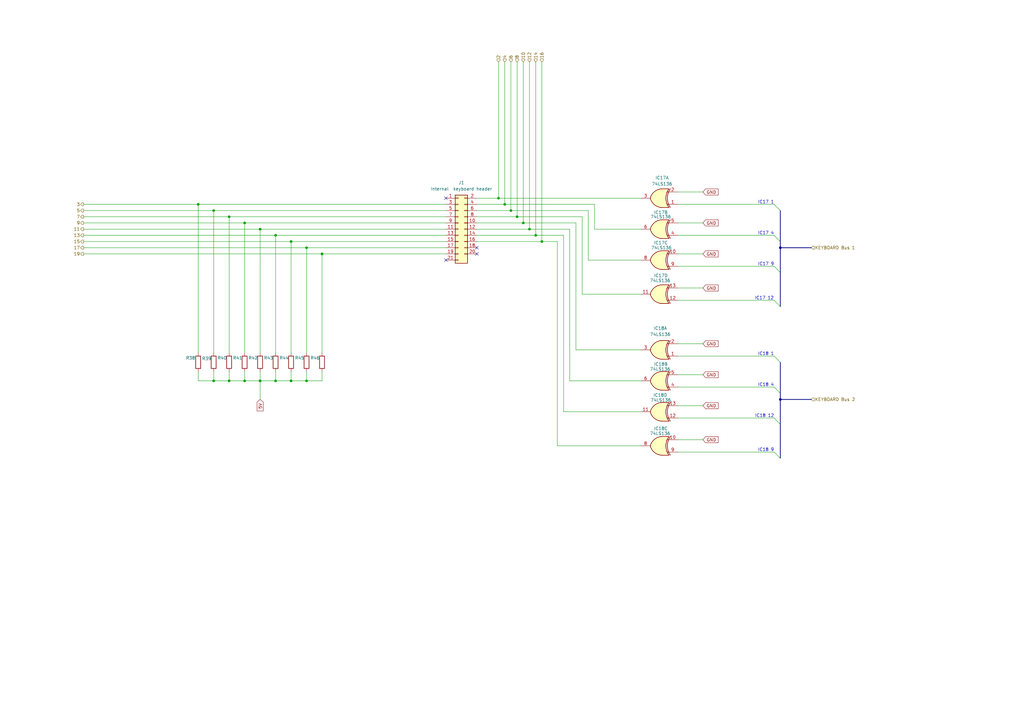
<source format=kicad_sch>
(kicad_sch (version 20250114) (generator "eeschema") (generator_version "9.0")
  (paper "A3")
  (lib_symbols
    (symbol "74xx:74LS136" (pin_names (offset 1.016))
      (property "Reference" "U" (at 0 1.27 0))
      (property "Value" "74LS136" (at 0 -1.27 0))
      (symbol "74LS136_1_0"
        (arc (start -4.4196 3.81) (mid -3.2033 0) (end -4.4196 -3.81) (stroke (width 0.254)))
        (arc (start -3.81 3.81) (mid -2.589 0) (end -3.81 -3.81) (stroke (width 0.254)))
        (polyline (pts (xy -3.81 3.81) (xy -0.635 3.81)) (stroke (width 0.254)) (fill (type background)))
        (polyline (pts (xy -3.81 -3.81) (xy -0.635 -3.81)) (stroke (width 0.254)) (fill (type background)))
        (arc (start 3.81 0) (mid 2.1855 -2.584) (end -0.6096 -3.81) (stroke (width 0.254)) (fill (type background)))
        (arc (start -0.6096 3.81) (mid 2.1928 2.5924) (end 3.81 0) (stroke (width 0.254)) (fill (type background)))
        (polyline (pts (xy -0.635 3.81) (xy -3.81 3.81) (xy -3.81 3.81) (xy -3.556 3.4036) (xy -3.0226 2.2606) (xy -2.6924 1.0414) (xy -2.6162 -0.254) (xy -2.7686 -1.4986) (xy -3.175 -2.7178) (xy -3.81 -3.81) (xy -3.81 -3.81) (xy -0.635 -3.81)) (stroke (width -25.4)) (fill (type background)))
        (pin input line (at -7.62 2.54 0) (length 4.445) (name "~") (number "1"))
        (pin input line (at -7.62 -2.54 0) (length 4.445) (name "~") (number "2"))
        (pin open_collector line (at 7.62 0 180) (length 3.81) (name "~") (number "3"))
      )
      (symbol "74LS136_1_1"
        (polyline (pts (xy -3.81 2.54) (xy -3.175 2.54)) (stroke (width 0.1524)))
        (polyline (pts (xy -3.81 -2.54) (xy -3.175 -2.54)) (stroke (width 0.1524)))
      )
      (symbol "74LS136_2_0"
        (arc (start -4.4196 3.81) (mid -3.2033 0) (end -4.4196 -3.81) (stroke (width 0.254)))
        (arc (start -3.81 3.81) (mid -2.589 0) (end -3.81 -3.81) (stroke (width 0.254)))
        (polyline (pts (xy -3.81 3.81) (xy -0.635 3.81)) (stroke (width 0.254)) (fill (type background)))
        (polyline (pts (xy -3.81 -3.81) (xy -0.635 -3.81)) (stroke (width 0.254)) (fill (type background)))
        (arc (start 3.81 0) (mid 2.1855 -2.584) (end -0.6096 -3.81) (stroke (width 0.254)) (fill (type background)))
        (arc (start -0.6096 3.81) (mid 2.1928 2.5924) (end 3.81 0) (stroke (width 0.254)) (fill (type background)))
        (polyline (pts (xy -0.635 3.81) (xy -3.81 3.81) (xy -3.81 3.81) (xy -3.556 3.4036) (xy -3.0226 2.2606) (xy -2.6924 1.0414) (xy -2.6162 -0.254) (xy -2.7686 -1.4986) (xy -3.175 -2.7178) (xy -3.81 -3.81) (xy -3.81 -3.81) (xy -0.635 -3.81)) (stroke (width -25.4)) (fill (type background)))
        (pin input line (at -7.62 2.54 0) (length 4.445) (name "~") (number "4"))
        (pin input line (at -7.62 -2.54 0) (length 4.445) (name "~") (number "5"))
        (pin open_collector line (at 7.62 0 180) (length 3.81) (name "~") (number "6"))
      )
      (symbol "74LS136_2_1"
        (polyline (pts (xy -3.81 2.54) (xy -3.175 2.54)) (stroke (width 0.1524)))
        (polyline (pts (xy -3.81 -2.54) (xy -3.175 -2.54)) (stroke (width 0.1524)))
      )
      (symbol "74LS136_3_0"
        (arc (start -4.4196 3.81) (mid -3.2033 0) (end -4.4196 -3.81) (stroke (width 0.254)))
        (arc (start -3.81 3.81) (mid -2.589 0) (end -3.81 -3.81) (stroke (width 0.254)))
        (polyline (pts (xy -3.81 3.81) (xy -0.635 3.81)) (stroke (width 0.254)) (fill (type background)))
        (polyline (pts (xy -3.81 -3.81) (xy -0.635 -3.81)) (stroke (width 0.254)) (fill (type background)))
        (arc (start 3.81 0) (mid 2.1855 -2.584) (end -0.6096 -3.81) (stroke (width 0.254)) (fill (type background)))
        (arc (start -0.6096 3.81) (mid 2.1928 2.5924) (end 3.81 0) (stroke (width 0.254)) (fill (type background)))
        (polyline (pts (xy -0.635 3.81) (xy -3.81 3.81) (xy -3.81 3.81) (xy -3.556 3.4036) (xy -3.0226 2.2606) (xy -2.6924 1.0414) (xy -2.6162 -0.254) (xy -2.7686 -1.4986) (xy -3.175 -2.7178) (xy -3.81 -3.81) (xy -3.81 -3.81) (xy -0.635 -3.81)) (stroke (width -25.4)) (fill (type background)))
        (pin input line (at -7.62 2.54 0) (length 4.445) (name "~") (number "9"))
        (pin input line (at -7.62 -2.54 0) (length 4.445) (name "~") (number "10"))
        (pin open_collector line (at 7.62 0 180) (length 3.81) (name "~") (number "8"))
      )
      (symbol "74LS136_3_1"
        (polyline (pts (xy -3.81 2.54) (xy -3.175 2.54)) (stroke (width 0.1524)))
        (polyline (pts (xy -3.81 -2.54) (xy -3.175 -2.54)) (stroke (width 0.1524)))
      )
      (symbol "74LS136_4_0"
        (arc (start -4.4196 3.81) (mid -3.2033 0) (end -4.4196 -3.81) (stroke (width 0.254)))
        (arc (start -3.81 3.81) (mid -2.589 0) (end -3.81 -3.81) (stroke (width 0.254)))
        (polyline (pts (xy -3.81 3.81) (xy -0.635 3.81)) (stroke (width 0.254)) (fill (type background)))
        (polyline (pts (xy -3.81 -3.81) (xy -0.635 -3.81)) (stroke (width 0.254)) (fill (type background)))
        (arc (start 3.81 0) (mid 2.1855 -2.584) (end -0.6096 -3.81) (stroke (width 0.254)) (fill (type background)))
        (arc (start -0.6096 3.81) (mid 2.1928 2.5924) (end 3.81 0) (stroke (width 0.254)) (fill (type background)))
        (polyline (pts (xy -0.635 3.81) (xy -3.81 3.81) (xy -3.81 3.81) (xy -3.556 3.4036) (xy -3.0226 2.2606) (xy -2.6924 1.0414) (xy -2.6162 -0.254) (xy -2.7686 -1.4986) (xy -3.175 -2.7178) (xy -3.81 -3.81) (xy -3.81 -3.81) (xy -0.635 -3.81)) (stroke (width -25.4)) (fill (type background)))
        (pin input line (at -7.62 2.54 0) (length 4.445) (name "~") (number "12"))
        (pin input line (at -7.62 -2.54 0) (length 4.445) (name "~") (number "13"))
        (pin open_collector line (at 7.62 0 180) (length 3.81) (name "~") (number "11"))
      )
      (symbol "74LS136_4_1"
        (polyline (pts (xy -3.81 2.54) (xy -3.175 2.54)) (stroke (width 0.1524)))
        (polyline (pts (xy -3.81 -2.54) (xy -3.175 -2.54)) (stroke (width 0.1524)))
      )
      (symbol "74LS136_5_0"
        (pin power_in line (at 0 12.7 270) (length 5.08) (name "VCC") (number "14"))
        (pin power_in line (at 0 -12.7 90) (length 5.08) (name "GND") (number "7"))
      )
      (symbol "74LS136_5_1"
        (rectangle (start -5.08 7.62) (end 5.08 -7.62) (stroke (width 0.254)) (fill (type background)))
      )
    )
    (symbol "Connector_Generic:Conn_2Rows-21Pins" (pin_names (offset 1.016) (hide yes))
      (property "Reference" "J" (at 1.27 15.24 0))
      (property "Value" "Conn_2Rows-21Pins" (at 1.27 -15.24 0))
      (symbol "Conn_2Rows-21Pins_1_1"
        (rectangle (start -1.27 13.97) (end 3.81 -13.97) (stroke (width 0.254)) (fill (type background)))
        (rectangle (start -1.27 12.827) (end 0 12.573) (stroke (width 0.1524)))
        (rectangle (start -1.27 10.287) (end 0 10.033) (stroke (width 0.1524)))
        (rectangle (start -1.27 7.747) (end 0 7.493) (stroke (width 0.1524)))
        (rectangle (start -1.27 5.207) (end 0 4.953) (stroke (width 0.1524)))
        (rectangle (start -1.27 2.667) (end 0 2.413) (stroke (width 0.1524)))
        (rectangle (start -1.27 0.127) (end 0 -0.127) (stroke (width 0.1524)))
        (rectangle (start -1.27 -2.413) (end 0 -2.667) (stroke (width 0.1524)))
        (rectangle (start -1.27 -4.953) (end 0 -5.207) (stroke (width 0.1524)))
        (rectangle (start -1.27 -7.493) (end 0 -7.747) (stroke (width 0.1524)))
        (rectangle (start -1.27 -10.033) (end 0 -10.287) (stroke (width 0.1524)))
        (rectangle (start -1.27 -12.573) (end 0 -12.827) (stroke (width 0.1524)))
        (rectangle (start 3.81 12.827) (end 2.54 12.573) (stroke (width 0.1524)))
        (rectangle (start 3.81 10.287) (end 2.54 10.033) (stroke (width 0.1524)))
        (rectangle (start 3.81 7.747) (end 2.54 7.493) (stroke (width 0.1524)))
        (rectangle (start 3.81 5.207) (end 2.54 4.953) (stroke (width 0.1524)))
        (rectangle (start 3.81 2.667) (end 2.54 2.413) (stroke (width 0.1524)))
        (rectangle (start 3.81 0.127) (end 2.54 -0.127) (stroke (width 0.1524)))
        (rectangle (start 3.81 -2.413) (end 2.54 -2.667) (stroke (width 0.1524)))
        (rectangle (start 3.81 -4.953) (end 2.54 -5.207) (stroke (width 0.1524)))
        (rectangle (start 3.81 -7.493) (end 2.54 -7.747) (stroke (width 0.1524)))
        (rectangle (start 3.81 -10.033) (end 2.54 -10.287) (stroke (width 0.1524)))
        (pin passive line (at -5.08 12.7 0) (length 3.81) (name "Pin_1") (number "1"))
        (pin passive line (at -5.08 10.16 0) (length 3.81) (name "Pin_3") (number "3"))
        (pin passive line (at -5.08 7.62 0) (length 3.81) (name "Pin_5") (number "5"))
        (pin passive line (at -5.08 5.08 0) (length 3.81) (name "Pin_7") (number "7"))
        (pin passive line (at -5.08 2.54 0) (length 3.81) (name "Pin_9") (number "9"))
        (pin passive line (at -5.08 0 0) (length 3.81) (name "Pin_11") (number "11"))
        (pin passive line (at -5.08 -2.54 0) (length 3.81) (name "Pin_13") (number "13"))
        (pin passive line (at -5.08 -5.08 0) (length 3.81) (name "Pin_15") (number "15"))
        (pin passive line (at -5.08 -7.62 0) (length 3.81) (name "Pin_17") (number "17"))
        (pin passive line (at -5.08 -10.16 0) (length 3.81) (name "Pin_19") (number "19"))
        (pin passive line (at -5.08 -12.7 0) (length 3.81) (name "Pin_21") (number "21"))
        (pin passive line (at 7.62 12.7 180) (length 3.81) (name "Pin_2") (number "2"))
        (pin passive line (at 7.62 10.16 180) (length 3.81) (name "Pin_4") (number "4"))
        (pin passive line (at 7.62 7.62 180) (length 3.81) (name "Pin_6") (number "6"))
        (pin passive line (at 7.62 5.08 180) (length 3.81) (name "Pin_8") (number "8"))
        (pin passive line (at 7.62 2.54 180) (length 3.81) (name "Pin_10") (number "10"))
        (pin passive line (at 7.62 0 180) (length 3.81) (name "Pin_12") (number "12"))
        (pin passive line (at 7.62 -2.54 180) (length 3.81) (name "Pin_14") (number "14"))
        (pin passive line (at 7.62 -5.08 180) (length 3.81) (name "Pin_16") (number "16"))
        (pin passive line (at 7.62 -7.62 180) (length 3.81) (name "Pin_18") (number "18"))
        (pin passive line (at 7.62 -10.16 180) (length 3.81) (name "Pin_20") (number "20"))
      )
    )
    (symbol "Device:R" (pin_numbers (hide yes)) (pin_names (offset 0))
      (property "Reference" "R" (at 2.032 0 90))
      (property "Value" "R" (at 0 0 90))
      (symbol "R_0_1"
        (rectangle (start -1.016 -2.54) (end 1.016 2.54) (stroke (width 0.254)))
      )
      (symbol "R_1_1"
        (pin passive line (at 0 3.81 270) (length 1.27) (name "~") (number "1"))
        (pin passive line (at 0 -3.81 90) (length 1.27) (name "~") (number "2"))
      )
    )
  )
  (junction (at 93.98 156.21))
  (junction (at 207.01 83.82))
  (junction (at 125.73 101.6))
  (junction (at 119.38 99.06))
  (junction (at 93.98 88.9))
  (junction (at 87.63 86.36))
  (junction (at 214.63 91.44))
  (junction (at 113.03 96.52))
  (junction (at 219.71 96.52))
  (junction (at 81.28 83.82))
  (junction (at 209.55 86.36))
  (junction (at 106.68 156.21))
  (junction (at 125.73 156.21))
  (junction (at 113.03 156.21))
  (junction (at 222.25 99.06))
  (junction (at 217.17 93.98))
  (junction (at 87.63 156.21))
  (junction (at 119.38 156.21))
  (junction (at 212.09 88.9))
  (junction (at 100.33 91.44))
  (junction (at 100.33 156.21))
  (junction (at 106.68 93.98))
  (junction (at 204.47 81.28))
  (junction (at 320.04 101.6))
  (junction (at 132.08 104.14))
  (junction (at 320.04 163.83))
  (no_connect (at 182.88 106.68))
  (no_connect (at 195.58 101.6))
  (no_connect (at 195.58 104.14))
  (no_connect (at 182.88 81.28))
  (bus_entry (at 317.5 109.22) (size 2.54 2.54))
  (bus_entry (at 317.5 185.42) (size 2.54 2.54))
  (bus_entry (at 317.5 83.82) (size 2.54 2.54))
  (bus_entry (at 317.5 123.19) (size 2.54 2.54))
  (bus_entry (at 317.5 96.52) (size 2.54 2.54))
  (bus_entry (at 317.5 146.05) (size 2.54 2.54))
  (bus_entry (at 317.5 171.45) (size 2.54 2.54))
  (bus_entry (at 317.5 158.75) (size 2.54 2.54))
  (wire (pts (xy 81.28 83.82) (xy 81.28 144.78)))
  (wire (pts (xy 219.71 25.4) (xy 219.71 96.52)))
  (wire (pts (xy 87.63 152.4) (xy 87.63 156.21)))
  (wire (pts (xy 278.13 91.44) (xy 288.29 91.44)))
  (wire (pts (xy 278.13 146.05) (xy 317.5 146.05)))
  (wire (pts (xy 132.08 156.21) (xy 132.08 152.4)))
  (wire (pts (xy 195.58 96.52) (xy 219.71 96.52)))
  (wire (pts (xy 113.03 96.52) (xy 113.03 144.78)))
  (wire (pts (xy 278.13 109.22) (xy 317.5 109.22)))
  (wire (pts (xy 238.76 120.65) (xy 262.89 120.65)))
  (wire (pts (xy 195.58 88.9) (xy 212.09 88.9)))
  (wire (pts (xy 217.17 25.4) (xy 217.17 93.98)))
  (wire (pts (xy 278.13 78.74) (xy 288.29 78.74)))
  (wire (pts (xy 34.29 93.98) (xy 106.68 93.98)))
  (wire (pts (xy 182.88 93.98) (xy 106.68 93.98)))
  (wire (pts (xy 278.13 166.37) (xy 288.29 166.37)))
  (wire (pts (xy 222.25 99.06) (xy 228.6 99.06)))
  (bus (pts (xy 320.04 86.36) (xy 320.04 99.06)))
  (wire (pts (xy 236.22 143.51) (xy 262.89 143.51)))
  (wire (pts (xy 81.28 152.4) (xy 81.28 156.21)))
  (wire (pts (xy 231.14 168.91) (xy 231.14 96.52)))
  (wire (pts (xy 209.55 86.36) (xy 241.3 86.36)))
  (wire (pts (xy 278.13 104.14) (xy 288.29 104.14)))
  (wire (pts (xy 81.28 156.21) (xy 87.63 156.21)))
  (wire (pts (xy 236.22 91.44) (xy 236.22 143.51)))
  (wire (pts (xy 106.68 152.4) (xy 106.68 156.21)))
  (wire (pts (xy 34.29 96.52) (xy 113.03 96.52)))
  (wire (pts (xy 241.3 86.36) (xy 241.3 106.68)))
  (wire (pts (xy 219.71 96.52) (xy 231.14 96.52)))
  (wire (pts (xy 34.29 91.44) (xy 100.33 91.44)))
  (wire (pts (xy 278.13 96.52) (xy 317.5 96.52)))
  (wire (pts (xy 182.88 91.44) (xy 100.33 91.44)))
  (wire (pts (xy 209.55 25.4) (xy 209.55 86.36)))
  (wire (pts (xy 233.68 156.21) (xy 262.89 156.21)))
  (wire (pts (xy 34.29 88.9) (xy 93.98 88.9)))
  (wire (pts (xy 100.33 156.21) (xy 106.68 156.21)))
  (wire (pts (xy 214.63 25.4) (xy 214.63 91.44)))
  (wire (pts (xy 182.88 86.36) (xy 87.63 86.36)))
  (bus (pts (xy 320.04 173.99) (xy 320.04 187.96)))
  (wire (pts (xy 113.03 152.4) (xy 113.03 156.21)))
  (bus (pts (xy 320.04 163.83) (xy 332.74 163.83)))
  (wire (pts (xy 182.88 104.14) (xy 132.08 104.14)))
  (bus (pts (xy 320.04 101.6) (xy 320.04 111.76)))
  (wire (pts (xy 278.13 118.11) (xy 288.29 118.11)))
  (wire (pts (xy 93.98 88.9) (xy 182.88 88.9)))
  (wire (pts (xy 34.29 86.36) (xy 87.63 86.36)))
  (wire (pts (xy 278.13 171.45) (xy 317.5 171.45)))
  (wire (pts (xy 106.68 93.98) (xy 106.68 144.78)))
  (wire (pts (xy 182.88 99.06) (xy 119.38 99.06)))
  (wire (pts (xy 132.08 104.14) (xy 132.08 144.78)))
  (wire (pts (xy 222.25 25.4) (xy 222.25 99.06)))
  (bus (pts (xy 320.04 163.83) (xy 320.04 173.99)))
  (wire (pts (xy 278.13 158.75) (xy 317.5 158.75)))
  (wire (pts (xy 228.6 182.88) (xy 228.6 99.06)))
  (wire (pts (xy 214.63 91.44) (xy 236.22 91.44)))
  (wire (pts (xy 278.13 153.67) (xy 288.29 153.67)))
  (bus (pts (xy 320.04 148.59) (xy 320.04 161.29)))
  (bus (pts (xy 320.04 111.76) (xy 320.04 125.73)))
  (wire (pts (xy 243.84 93.98) (xy 262.89 93.98)))
  (wire (pts (xy 34.29 101.6) (xy 125.73 101.6)))
  (wire (pts (xy 217.17 93.98) (xy 233.68 93.98)))
  (wire (pts (xy 119.38 99.06) (xy 119.38 144.78)))
  (wire (pts (xy 243.84 83.82) (xy 243.84 93.98)))
  (wire (pts (xy 93.98 152.4) (xy 93.98 156.21)))
  (wire (pts (xy 278.13 123.19) (xy 317.5 123.19)))
  (wire (pts (xy 87.63 86.36) (xy 87.63 144.78)))
  (wire (pts (xy 182.88 83.82) (xy 81.28 83.82)))
  (wire (pts (xy 278.13 83.82) (xy 317.5 83.82)))
  (wire (pts (xy 195.58 83.82) (xy 207.01 83.82)))
  (wire (pts (xy 34.29 99.06) (xy 119.38 99.06)))
  (wire (pts (xy 87.63 156.21) (xy 93.98 156.21)))
  (wire (pts (xy 182.88 96.52) (xy 113.03 96.52)))
  (wire (pts (xy 93.98 88.9) (xy 93.98 144.78)))
  (wire (pts (xy 182.88 101.6) (xy 125.73 101.6)))
  (wire (pts (xy 34.29 104.14) (xy 132.08 104.14)))
  (wire (pts (xy 195.58 91.44) (xy 214.63 91.44)))
  (wire (pts (xy 262.89 168.91) (xy 231.14 168.91)))
  (wire (pts (xy 195.58 86.36) (xy 209.55 86.36)))
  (wire (pts (xy 106.68 163.83) (xy 106.68 156.21)))
  (wire (pts (xy 125.73 156.21) (xy 132.08 156.21)))
  (wire (pts (xy 278.13 180.34) (xy 288.29 180.34)))
  (bus (pts (xy 320.04 101.6) (xy 332.74 101.6)))
  (wire (pts (xy 207.01 83.82) (xy 243.84 83.82)))
  (wire (pts (xy 100.33 152.4) (xy 100.33 156.21)))
  (wire (pts (xy 125.73 152.4) (xy 125.73 156.21)))
  (wire (pts (xy 119.38 152.4) (xy 119.38 156.21)))
  (wire (pts (xy 106.68 156.21) (xy 113.03 156.21)))
  (wire (pts (xy 207.01 25.4) (xy 207.01 83.82)))
  (bus (pts (xy 320.04 161.29) (xy 320.04 163.83)))
  (wire (pts (xy 204.47 81.28) (xy 262.89 81.28)))
  (wire (pts (xy 93.98 156.21) (xy 100.33 156.21)))
  (wire (pts (xy 204.47 25.4) (xy 204.47 81.28)))
  (wire (pts (xy 278.13 140.97) (xy 288.29 140.97)))
  (wire (pts (xy 233.68 93.98) (xy 233.68 156.21)))
  (wire (pts (xy 262.89 182.88) (xy 228.6 182.88)))
  (wire (pts (xy 34.29 83.82) (xy 81.28 83.82)))
  (wire (pts (xy 278.13 185.42) (xy 317.5 185.42)))
  (wire (pts (xy 212.09 25.4) (xy 212.09 88.9)))
  (wire (pts (xy 113.03 156.21) (xy 119.38 156.21)))
  (bus (pts (xy 320.04 99.06) (xy 320.04 101.6)))
  (wire (pts (xy 212.09 88.9) (xy 238.76 88.9)))
  (wire (pts (xy 204.47 81.28) (xy 195.58 81.28)))
  (wire (pts (xy 241.3 106.68) (xy 262.89 106.68)))
  (wire (pts (xy 195.58 99.06) (xy 222.25 99.06)))
  (wire (pts (xy 100.33 91.44) (xy 100.33 144.78)))
  (wire (pts (xy 119.38 156.21) (xy 125.73 156.21)))
  (wire (pts (xy 125.73 101.6) (xy 125.73 144.78)))
  (wire (pts (xy 238.76 88.9) (xy 238.76 120.65)))
  (wire (pts (xy 195.58 93.98) (xy 217.17 93.98)))
  (label "IC17 12" (at 317.4068 123.19 180))
  (label "IC17 1" (at 317.5 83.82 180))
  (label "IC18 9" (at 317.5 185.42 180))
  (label "IC17 4" (at 317.5 96.52 180))
  (label "IC18 12" (at 317.5 171.45 180))
  (label "IC18 4" (at 317.5 158.75 180))
  (label "IC18 1" (at 317.5 146.05 180))
  (label "IC17 9" (at 317.5 109.22 180))
  (global_label "GND" (shape input) (at 288.29 166.37 0) (property "Intersheetrefs" "${INTERSHEET_REFS}" (effects (hide yes))))
  (global_label "GND" (shape input) (at 288.29 104.14 0) (property "Intersheetrefs" "${INTERSHEET_REFS}" (effects (hide yes))))
  (global_label "GND" (shape input) (at 288.29 180.34 0) (property "Intersheetrefs" "${INTERSHEET_REFS}" (effects (hide yes))))
  (global_label "5V" (shape input) (at 106.68 163.83 270) (property "Intersheetrefs" "${INTERSHEET_REFS}" (effects (hide yes))))
  (global_label "GND" (shape input) (at 288.29 78.74 0) (property "Intersheetrefs" "${INTERSHEET_REFS}" (effects (hide yes))))
  (global_label "GND" (shape input) (at 288.29 153.67 0) (property "Intersheetrefs" "${INTERSHEET_REFS}" (effects (hide yes))))
  (global_label "GND" (shape input) (at 288.29 140.97 0) (property "Intersheetrefs" "${INTERSHEET_REFS}" (effects (hide yes))))
  (global_label "GND" (shape input) (at 288.29 118.11 0) (property "Intersheetrefs" "${INTERSHEET_REFS}" (effects (hide yes))))
  (global_label "GND" (shape input) (at 288.29 91.44 0) (property "Intersheetrefs" "${INTERSHEET_REFS}" (effects (hide yes))))
  (hierarchical_label "6" (shape input) (at 209.55 25.4 90))
  (hierarchical_label "KEYBOARD Bus 1" (shape input) (at 332.74 101.6 0))
  (hierarchical_label "5" (shape output) (at 34.29 86.36 180))
  (hierarchical_label "15" (shape output) (at 34.29 99.06 180))
  (hierarchical_label "7" (shape output) (at 34.29 88.9 180))
  (hierarchical_label "10" (shape input) (at 214.63 25.4 90))
  (hierarchical_label "14" (shape input) (at 219.71 25.4 90))
  (hierarchical_label "3" (shape output) (at 34.29 83.82 180))
  (hierarchical_label "9" (shape output) (at 34.29 91.44 180))
  (hierarchical_label "11" (shape output) (at 34.29 93.98 180))
  (hierarchical_label "19" (shape output) (at 34.29 104.14 180))
  (hierarchical_label "12" (shape input) (at 217.17 25.4 90))
  (hierarchical_label "8" (shape input) (at 212.09 25.4 90))
  (hierarchical_label "17" (shape output) (at 34.29 101.6 180))
  (hierarchical_label "13" (shape output) (at 34.29 96.52 180))
  (hierarchical_label "16" (shape input) (at 222.25 25.4 90))
  (hierarchical_label "2" (shape input) (at 204.47 25.4 90))
  (hierarchical_label "4" (shape input) (at 207.01 25.4 90))
  (hierarchical_label "KEYBOARD Bus 2" (shape input) (at 332.74 163.83 0))
  (symbol (lib_id "74xx:74LS136") (at 270.51 93.98 180) (unit 2)
    (property "Reference" "IC17" (at 271.018 87.122 0))
    (property "Value" "74LS136" (at 271.018 88.9 0))
    (property "Datasheet" "http://www.ti.com/lit/ds/symlink/sn54ls136.pdf" (effects (hide yes)))
    (property "Description" "Quad 2-input XOR Open Collector" (effects (hide yes)))
  )
  (symbol (lib_id "Device:R") (at 113.03 148.59 0) (unit 1)
    (property "Reference" "R43" (at 108.204 146.812 0) (effects (justify left)))
    (property "Value" "R" (effects (hide yes)))
    (property "Description" "Resistor" (effects (hide yes)))
  )
  (symbol (lib_id "Device:R") (at 93.98 148.59 0) (unit 1)
    (property "Reference" "R40" (at 89.154 146.812 0) (effects (justify left)))
    (property "Value" "R" (effects (hide yes)))
    (property "Description" "Resistor" (effects (hide yes)))
  )
  (symbol (lib_id "Device:R") (at 132.08 148.59 0) (unit 1)
    (property "Reference" "R46" (at 127.254 146.812 0) (effects (justify left)))
    (property "Value" "R" (effects (hide yes)))
    (property "Description" "Resistor" (effects (hide yes)))
  )
  (symbol (lib_id "74xx:74LS136") (at 270.51 168.91 180) (unit 4)
    (property "Reference" "IC18" (at 270.764 162.052 0))
    (property "Value" "74LS136" (at 271.018 164.084 0))
    (property "Datasheet" "http://www.ti.com/lit/ds/symlink/sn54ls136.pdf" (effects (hide yes)))
    (property "Description" "Quad 2-input XOR Open Collector" (effects (hide yes)))
  )
  (symbol (lib_id "74xx:74LS136") (at 270.51 156.21 180) (unit 2)
    (property "Reference" "IC18" (at 271.018 149.352 0))
    (property "Value" "74LS136" (at 270.764 151.384 0))
    (property "Datasheet" "http://www.ti.com/lit/ds/symlink/sn54ls136.pdf" (effects (hide yes)))
    (property "Description" "Quad 2-input XOR Open Collector" (effects (hide yes)))
  )
  (symbol (lib_id "Device:R") (at 125.73 148.59 0) (unit 1)
    (property "Reference" "R45" (at 120.904 146.812 0) (effects (justify left)))
    (property "Value" "R" (effects (hide yes)))
    (property "Description" "Resistor" (effects (hide yes)))
  )
  (symbol (lib_id "Device:R") (at 87.63 148.59 0) (unit 1)
    (property "Reference" "R39" (at 82.804 147.066 0) (effects (justify left)))
    (property "Value" "R" (effects (hide yes)))
    (property "Description" "Resistor" (effects (hide yes)))
  )
  (symbol (lib_id "Device:R") (at 106.68 148.59 0) (unit 1)
    (property "Reference" "R42" (at 101.854 146.812 0) (effects (justify left)))
    (property "Value" "R" (effects (hide yes)))
    (property "Description" "Resistor" (effects (hide yes)))
  )
  (symbol (lib_id "Device:R") (at 100.33 148.59 0) (unit 1)
    (property "Reference" "R41" (at 95.504 146.812 0) (effects (justify left)))
    (property "Value" "R" (effects (hide yes)))
    (property "Description" "Resistor" (effects (hide yes)))
  )
  (symbol (lib_id "Connector_Generic:Conn_2Rows-21Pins") (at 187.96 93.98 0) (unit 1)
    (property "Reference" "J1" (at 189.23 74.93 0))
    (property "Value" "Internal  keyboard header" (at 189.23 77.47 0))
    (property "Description" "Generic connector, double row, 21 pins, odd/even pin numbering scheme (row 1 odd numbers, row 2 even numbers), script generated (kicad-library-utils/schlib/autogen/connector/)" (effects (hide yes)))
  )
  (symbol (lib_id "Device:R") (at 81.28 148.59 0) (unit 1)
    (property "Reference" "R38" (at 76.2 146.812 0) (effects (justify left)))
    (property "Value" "R" (effects (hide yes)))
    (property "Description" "Resistor" (effects (hide yes)))
  )
  (symbol (lib_id "74xx:74LS136") (at 270.51 182.88 180) (unit 3)
    (property "Reference" "IC18" (at 271.018 175.768 0))
    (property "Value" "74LS136" (at 270.764 177.8 0))
    (property "Datasheet" "http://www.ti.com/lit/ds/symlink/sn54ls136.pdf" (effects (hide yes)))
    (property "Description" "Quad 2-input XOR Open Collector" (effects (hide yes)))
  )
  (symbol (lib_id "Device:R") (at 119.38 148.59 0) (unit 1)
    (property "Reference" "R44" (at 114.554 146.812 0) (effects (justify left)))
    (property "Value" "R" (effects (hide yes)))
    (property "Description" "Resistor" (effects (hide yes)))
  )
  (symbol (lib_id "74xx:74LS136") (at 270.51 106.68 180) (unit 3)
    (property "Reference" "IC17" (at 271.018 99.568 0))
    (property "Value" "74LS136" (at 271.272 101.6 0))
    (property "Datasheet" "http://www.ti.com/lit/ds/symlink/sn54ls136.pdf" (effects (hide yes)))
    (property "Description" "Quad 2-input XOR Open Collector" (effects (hide yes)))
  )
  (symbol (lib_id "74xx:74LS136") (at 270.51 81.28 180) (unit 1)
    (property "Reference" "IC17" (at 271.526 72.898 0))
    (property "Value" "74LS136" (at 271.526 75.438 0))
    (property "Datasheet" "http://www.ti.com/lit/ds/symlink/sn54ls136.pdf" (effects (hide yes)))
    (property "Description" "Quad 2-input XOR Open Collector" (effects (hide yes)))
  )
  (symbol (lib_id "74xx:74LS136") (at 270.51 143.51 180) (unit 1)
    (property "Reference" "IC18" (at 270.8148 134.62 0))
    (property "Value" "74LS136" (at 270.8148 137.16 0))
    (property "Datasheet" "http://www.ti.com/lit/ds/symlink/sn54ls136.pdf" (effects (hide yes)))
    (property "Description" "Quad 2-input XOR Open Collector" (effects (hide yes)))
  )
  (symbol (lib_id "74xx:74LS136") (at 270.51 120.65 180) (unit 4)
    (property "Reference" "IC17" (at 271.018 113.03 0))
    (property "Value" "74LS136" (at 270.764 115.062 0))
    (property "Datasheet" "http://www.ti.com/lit/ds/symlink/sn54ls136.pdf" (effects (hide yes)))
    (property "Description" "Quad 2-input XOR Open Collector" (effects (hide yes)))
  )
)
</source>
